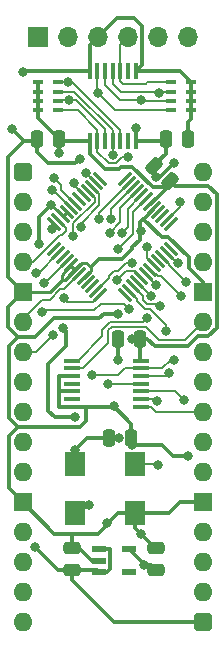
<source format=gtl>
%TF.GenerationSoftware,KiCad,Pcbnew,8.0.7*%
%TF.CreationDate,2025-01-05T20:23:50+02:00*%
%TF.ProjectId,TTL5V,54544c35-562e-46b6-9963-61645f706362,V0*%
%TF.SameCoordinates,Original*%
%TF.FileFunction,Copper,L1,Top*%
%TF.FilePolarity,Positive*%
%FSLAX46Y46*%
G04 Gerber Fmt 4.6, Leading zero omitted, Abs format (unit mm)*
G04 Created by KiCad (PCBNEW 8.0.7) date 2025-01-05 20:23:50*
%MOMM*%
%LPD*%
G01*
G04 APERTURE LIST*
G04 Aperture macros list*
%AMRoundRect*
0 Rectangle with rounded corners*
0 $1 Rounding radius*
0 $2 $3 $4 $5 $6 $7 $8 $9 X,Y pos of 4 corners*
0 Add a 4 corners polygon primitive as box body*
4,1,4,$2,$3,$4,$5,$6,$7,$8,$9,$2,$3,0*
0 Add four circle primitives for the rounded corners*
1,1,$1+$1,$2,$3*
1,1,$1+$1,$4,$5*
1,1,$1+$1,$6,$7*
1,1,$1+$1,$8,$9*
0 Add four rect primitives between the rounded corners*
20,1,$1+$1,$2,$3,$4,$5,0*
20,1,$1+$1,$4,$5,$6,$7,0*
20,1,$1+$1,$6,$7,$8,$9,0*
20,1,$1+$1,$8,$9,$2,$3,0*%
%AMRotRect*
0 Rectangle, with rotation*
0 The origin of the aperture is its center*
0 $1 length*
0 $2 width*
0 $3 Rotation angle, in degrees counterclockwise*
0 Add horizontal line*
21,1,$1,$2,0,0,$3*%
G04 Aperture macros list end*
%TA.AperFunction,SMDPad,CuDef*%
%ADD10R,0.450000X1.475000*%
%TD*%
%TA.AperFunction,ComponentPad*%
%ADD11R,1.700000X1.700000*%
%TD*%
%TA.AperFunction,ComponentPad*%
%ADD12O,1.700000X1.700000*%
%TD*%
%TA.AperFunction,SMDPad,CuDef*%
%ADD13RoundRect,0.250000X0.475000X-0.250000X0.475000X0.250000X-0.475000X0.250000X-0.475000X-0.250000X0*%
%TD*%
%TA.AperFunction,SMDPad,CuDef*%
%ADD14R,0.900000X0.450000*%
%TD*%
%TA.AperFunction,SMDPad,CuDef*%
%ADD15RoundRect,0.250000X0.250000X0.475000X-0.250000X0.475000X-0.250000X-0.475000X0.250000X-0.475000X0*%
%TD*%
%TA.AperFunction,ComponentPad*%
%ADD16RoundRect,0.400000X-0.400000X-0.400000X0.400000X-0.400000X0.400000X0.400000X-0.400000X0.400000X0*%
%TD*%
%TA.AperFunction,ComponentPad*%
%ADD17O,1.600000X1.600000*%
%TD*%
%TA.AperFunction,ComponentPad*%
%ADD18R,1.600000X1.600000*%
%TD*%
%TA.AperFunction,SMDPad,CuDef*%
%ADD19RoundRect,0.250000X-0.250000X-0.475000X0.250000X-0.475000X0.250000X0.475000X-0.250000X0.475000X0*%
%TD*%
%TA.AperFunction,SMDPad,CuDef*%
%ADD20RoundRect,0.250000X0.512652X0.159099X0.159099X0.512652X-0.512652X-0.159099X-0.159099X-0.512652X0*%
%TD*%
%TA.AperFunction,SMDPad,CuDef*%
%ADD21R,1.475000X0.450000*%
%TD*%
%TA.AperFunction,SMDPad,CuDef*%
%ADD22RotRect,0.279400X1.473200X45.000000*%
%TD*%
%TA.AperFunction,SMDPad,CuDef*%
%ADD23RotRect,0.279400X1.473200X315.000000*%
%TD*%
%TA.AperFunction,SMDPad,CuDef*%
%ADD24R,1.800000X2.000000*%
%TD*%
%TA.AperFunction,SMDPad,CuDef*%
%ADD25R,1.150000X0.600000*%
%TD*%
%TA.AperFunction,ViaPad*%
%ADD26C,0.800000*%
%TD*%
%TA.AperFunction,Conductor*%
%ADD27C,0.380000*%
%TD*%
%TA.AperFunction,Conductor*%
%ADD28C,0.279400*%
%TD*%
%TA.AperFunction,Conductor*%
%ADD29C,0.300000*%
%TD*%
%TA.AperFunction,Conductor*%
%ADD30C,0.200000*%
%TD*%
G04 APERTURE END LIST*
D10*
%TO.P,IC3,1,REFA*%
%TO.N,/3.3V*%
X5670000Y2650000D03*
%TO.P,IC3,2,A0*%
%TO.N,/~{CTS}_{3V}*%
X6320000Y2650000D03*
%TO.P,IC3,3,A1*%
%TO.N,/SIN_{3V}*%
X6970000Y2650000D03*
%TO.P,IC3,4,A2*%
%TO.N,/~{RTS}_{3V}*%
X7620000Y2650000D03*
%TO.P,IC3,5,A3*%
%TO.N,/SOUT_{3V}*%
X8270000Y2650000D03*
%TO.P,IC3,6,N.C.*%
%TO.N,unconnected-(IC3-N.C.-Pad6)*%
X8920000Y2650000D03*
%TO.P,IC3,7,GND*%
%TO.N,/GND*%
X9570000Y2650000D03*
%TO.P,IC3,8,EN*%
%TO.N,/5V*%
X9570000Y8526000D03*
%TO.P,IC3,9,N.C.*%
%TO.N,unconnected-(IC3-N.C.-Pad9)*%
X8920000Y8526000D03*
%TO.P,IC3,10,B3*%
%TO.N,/SOUT_{5V}*%
X8270000Y8526000D03*
%TO.P,IC3,11,B2*%
%TO.N,/~{RTS}_{5V}*%
X7620000Y8526000D03*
%TO.P,IC3,12,B1*%
%TO.N,/SIN_{5V}*%
X6970000Y8526000D03*
%TO.P,IC3,13,B0*%
%TO.N,/~{CTS}_{5V}*%
X6320000Y8526000D03*
%TO.P,IC3,14,REFB*%
%TO.N,/5V*%
X5670000Y8526000D03*
%TD*%
D11*
%TO.P,J2,1,Pin_1*%
%TO.N,/GND*%
X1270001Y11430000D03*
D12*
%TO.P,J2,2,Pin_2*%
%TO.N,/~{CTS}_{5V}*%
X3810001Y11430000D03*
%TO.P,J2,3,Pin_3*%
%TO.N,/5V*%
X6350001Y11430000D03*
%TO.P,J2,4,Pin_4*%
%TO.N,/SOUT_{5V}*%
X8890001Y11430000D03*
%TO.P,J2,5,Pin_5*%
%TO.N,/SIN_{5V}*%
X11430001Y11430000D03*
%TO.P,J2,6,Pin_6*%
%TO.N,/~{RTS}_{5V}*%
X13970001Y11430000D03*
%TD*%
D13*
%TO.P,C18,1*%
%TO.N,/3.3V*%
X11303000Y-33700000D03*
%TO.P,C18,2*%
%TO.N,/GND*%
X11303000Y-31800000D03*
%TD*%
D14*
%TO.P,RN2,1,R1*%
%TO.N,/~{CTS}_{3V}*%
X2970000Y5220000D03*
%TO.P,RN2,2,R2*%
%TO.N,/SIN_{3V}*%
X2970000Y6020000D03*
%TO.P,RN2,3,R3*%
%TO.N,/~{RTS}_{3V}*%
X2970000Y6820000D03*
%TO.P,RN2,4,R4*%
%TO.N,/SOUT_{3V}*%
X2970000Y7620000D03*
%TO.P,RN2,5,R4*%
%TO.N,/3.3V*%
X1270000Y7620000D03*
%TO.P,RN2,6,R3*%
X1270000Y6820000D03*
%TO.P,RN2,7,R2*%
X1270000Y6020000D03*
%TO.P,RN2,8,R1*%
X1270000Y5220000D03*
%TD*%
D15*
%TO.P,C2,1*%
%TO.N,/3.3V*%
X3093000Y2794000D03*
%TO.P,C2,2*%
%TO.N,/GND*%
X1193000Y2794000D03*
%TD*%
%TO.P,C3,1*%
%TO.N,/5V*%
X14015000Y2794000D03*
%TO.P,C3,2*%
%TO.N,/GND*%
X12115000Y2794000D03*
%TD*%
D16*
%TO.P,J1,1,Pin_1*%
%TO.N,/5V*%
X0Y0D03*
D17*
%TO.P,J1,2,Pin_2*%
%TO.N,unconnected-(J1-Pin_2-Pad2)*%
X0Y-2540000D03*
%TO.P,J1,3,Pin_3*%
%TO.N,/~{ADS}*%
X0Y-5080000D03*
%TO.P,J1,4,Pin_4*%
%TO.N,/~{CS}*%
X0Y-7620000D03*
D18*
%TO.P,J1,5,Pin_5*%
%TO.N,/GND*%
X0Y-10160000D03*
D17*
%TO.P,J1,6,Pin_6*%
%TO.N,/~{RD}*%
X0Y-12700000D03*
%TO.P,J1,7,Pin_7*%
%TO.N,/~{WD}*%
X0Y-15240000D03*
%TO.P,J1,8,Pin_8*%
%TO.N,/D7*%
X0Y-17780000D03*
%TO.P,J1,9,Pin_9*%
%TO.N,/D6*%
X0Y-20320000D03*
%TO.P,J1,10,Pin_10*%
%TO.N,/D5*%
X0Y-22860000D03*
%TO.P,J1,11,Pin_11*%
%TO.N,/D4*%
X0Y-25400000D03*
D18*
%TO.P,J1,12,Pin_12*%
%TO.N,/GND*%
X0Y-27940000D03*
D17*
%TO.P,J1,13,Pin_13*%
%TO.N,/D3*%
X0Y-30480000D03*
%TO.P,J1,14,Pin_14*%
%TO.N,/D2*%
X0Y-33020000D03*
%TO.P,J1,15,Pin_15*%
%TO.N,/D1*%
X0Y-35560000D03*
%TO.P,J1,16,Pin_16*%
%TO.N,/D0*%
X0Y-38100000D03*
D16*
%TO.P,J1,17,Pin_17*%
%TO.N,/5V*%
X15240000Y-38100000D03*
D17*
%TO.P,J1,18,Pin_18*%
%TO.N,/1.8432MHz*%
X15240000Y-35560000D03*
%TO.P,J1,19,Pin_19*%
%TO.N,/A0*%
X15240000Y-33020000D03*
%TO.P,J1,20,Pin_20*%
%TO.N,/A1*%
X15240000Y-30480000D03*
D18*
%TO.P,J1,21,Pin_21*%
%TO.N,/GND*%
X15240000Y-27940000D03*
D17*
%TO.P,J1,22,Pin_22*%
%TO.N,/A2*%
X15240000Y-25400000D03*
%TO.P,J1,23,Pin_23*%
%TO.N,/RX Ready*%
X15240000Y-22860000D03*
%TO.P,J1,24,Pin_24*%
%TO.N,/TX Ready*%
X15240000Y-20320000D03*
%TO.P,J1,25,Pin_25*%
%TO.N,/~{OUT2}*%
X15240000Y-17780000D03*
%TO.P,J1,26,Pin_26*%
%TO.N,/~{OUT1}*%
X15240000Y-15240000D03*
%TO.P,J1,27,Pin_27*%
%TO.N,/~{INT}*%
X15240000Y-12700000D03*
D18*
%TO.P,J1,28,Pin_28*%
%TO.N,/GND*%
X15240000Y-10160000D03*
D17*
%TO.P,J1,29,Pin_29*%
%TO.N,/~{Reset}*%
X15240000Y-7620000D03*
%TO.P,J1,30,Pin_30*%
%TO.N,unconnected-(J1-Pin_30-Pad30)*%
X15240000Y-5080000D03*
%TO.P,J1,31,Pin_31*%
%TO.N,unconnected-(J1-Pin_31-Pad31)*%
X15240000Y-2540000D03*
%TO.P,J1,32,Pin_32*%
%TO.N,unconnected-(J1-Pin_32-Pad32)*%
X15240000Y0D03*
%TD*%
D15*
%TO.P,C1,1*%
%TO.N,/3.3V*%
X9951000Y-14097000D03*
%TO.P,C1,2*%
%TO.N,/GND*%
X8051000Y-14097000D03*
%TD*%
D14*
%TO.P,RN1,1,R1*%
%TO.N,/SOUT_{5V}*%
X12573000Y7620000D03*
%TO.P,RN1,2,R2*%
%TO.N,/~{RTS}_{5V}*%
X12573000Y6820000D03*
%TO.P,RN1,3,R3*%
%TO.N,/SIN_{5V}*%
X12573000Y6020000D03*
%TO.P,RN1,4,R4*%
%TO.N,/~{CTS}_{5V}*%
X12573000Y5220000D03*
%TO.P,RN1,5,R4*%
%TO.N,/5V*%
X14273000Y5220000D03*
%TO.P,RN1,6,R3*%
X14273000Y6020000D03*
%TO.P,RN1,7,R2*%
X14273000Y6820000D03*
%TO.P,RN1,8,R1*%
X14273000Y7620000D03*
%TD*%
D19*
%TO.P,C16,1*%
%TO.N,/3.3V*%
X7321000Y-22479000D03*
%TO.P,C16,2*%
%TO.N,/GND*%
X9221000Y-22479000D03*
%TD*%
D20*
%TO.P,C15,1*%
%TO.N,/3.3V*%
X12471438Y-787438D03*
%TO.P,C15,2*%
%TO.N,/GND*%
X11127935Y556065D03*
%TD*%
D21*
%TO.P,IC5,1,1A*%
%TO.N,/INT*%
X4174000Y-15957000D03*
%TO.P,IC5,2,1Y*%
%TO.N,/~{INT}*%
X4174000Y-16607000D03*
%TO.P,IC5,3,2A*%
%TO.N,/GND*%
X4174000Y-17257000D03*
%TO.P,IC5,4,2Y*%
%TO.N,unconnected-(IC5-2Y-Pad4)*%
X4174000Y-17907000D03*
%TO.P,IC5,5,3A*%
%TO.N,/GND*%
X4174000Y-18557000D03*
%TO.P,IC5,6,3Y*%
%TO.N,unconnected-(IC5-3Y-Pad6)*%
X4174000Y-19207000D03*
%TO.P,IC5,7,GND*%
%TO.N,/GND*%
X4174000Y-19857000D03*
%TO.P,IC5,8,4Y*%
%TO.N,/TX Ready*%
X10050000Y-19857000D03*
%TO.P,IC5,9,4A*%
%TO.N,/~{TXRDY}*%
X10050000Y-19207000D03*
%TO.P,IC5,10,5Y*%
%TO.N,/RX Ready*%
X10050000Y-18557000D03*
%TO.P,IC5,11,5A*%
%TO.N,/~{RXRDY}*%
X10050000Y-17907000D03*
%TO.P,IC5,12,6Y*%
%TO.N,/Reset*%
X10050000Y-17257000D03*
%TO.P,IC5,13,6A*%
%TO.N,/~{Reset}*%
X10050000Y-16607000D03*
%TO.P,IC5,14,3V*%
%TO.N,/3.3V*%
X10050000Y-15957000D03*
%TD*%
D22*
%TO.P,IC2,1,N.C.*%
%TO.N,unconnected-(IC2-N.C.-Pad1)*%
X6578290Y-539820D03*
%TO.P,IC2,2,D5*%
%TO.N,/D5*%
X6237041Y-881069D03*
%TO.P,IC2,3,D6*%
%TO.N,/D6*%
X5877830Y-1240280D03*
%TO.P,IC2,4,D7*%
%TO.N,/D7*%
X5518620Y-1599490D03*
%TO.P,IC2,5,RCLK*%
%TO.N,Net-(IC2-RCLK)*%
X5177370Y-1940740D03*
%TO.P,IC2,6,N.C.*%
%TO.N,unconnected-(IC2-N.C.-Pad6)*%
X4818160Y-2299950D03*
%TO.P,IC2,7,SIN*%
%TO.N,/SIN_{3V}*%
X4458950Y-2659160D03*
%TO.P,IC2,8,SOUT*%
%TO.N,/SOUT_{3V}*%
X4099740Y-3018370D03*
%TO.P,IC2,9,CS0*%
%TO.N,/3.3V*%
X3758490Y-3359620D03*
%TO.P,IC2,10,CS1*%
X3399280Y-3718830D03*
%TO.P,IC2,11,~{CS2}*%
%TO.N,/~{CS}*%
X3040069Y-4078041D03*
%TO.P,IC2,12,~{BAUDOUT}*%
%TO.N,Net-(IC2-RCLK)*%
X2698820Y-4419290D03*
D23*
%TO.P,IC2,13,N.C.*%
%TO.N,unconnected-(IC2-N.C.-Pad13)*%
X2698820Y-6502710D03*
%TO.P,IC2,14,XIN*%
%TO.N,/1.8432MHz*%
X3040069Y-6843959D03*
%TO.P,IC2,15,XOUT*%
%TO.N,unconnected-(IC2-XOUT-Pad15)*%
X3399280Y-7203170D03*
%TO.P,IC2,16,~{WR1}*%
%TO.N,/~{WD}*%
X3758490Y-7562380D03*
%TO.P,IC2,17,WR2*%
%TO.N,/GND*%
X4099740Y-7903630D03*
%TO.P,IC2,18,GND*%
X4458950Y-8262840D03*
%TO.P,IC2,19,~{RD1}*%
%TO.N,/~{RD}*%
X4818160Y-8622050D03*
%TO.P,IC2,20,RD2*%
%TO.N,/GND*%
X5177370Y-8981260D03*
%TO.P,IC2,21,N.C.*%
%TO.N,unconnected-(IC2-N.C.-Pad21)*%
X5518620Y-9322510D03*
%TO.P,IC2,22,DDIS*%
%TO.N,unconnected-(IC2-DDIS-Pad22)*%
X5877830Y-9681720D03*
%TO.P,IC2,23,~{TXRDY}*%
%TO.N,/~{TXRDY}*%
X6237041Y-10040931D03*
%TO.P,IC2,24,~{ADS}*%
%TO.N,/~{ADS}*%
X6578290Y-10382180D03*
D22*
%TO.P,IC2,25,N.C.*%
%TO.N,unconnected-(IC2-N.C.-Pad25)*%
X8661710Y-10382180D03*
%TO.P,IC2,26,A2*%
%TO.N,/A2*%
X9002959Y-10040931D03*
%TO.P,IC2,27,A1*%
%TO.N,/A1*%
X9362170Y-9681720D03*
%TO.P,IC2,28,A0*%
%TO.N,/A0*%
X9721380Y-9322510D03*
%TO.P,IC2,29,~{RXRDY}*%
%TO.N,/~{RXRDY}*%
X10062630Y-8981260D03*
%TO.P,IC2,30,INTRPT*%
%TO.N,/INT*%
X10421840Y-8622050D03*
%TO.P,IC2,31,~{OUT2}*%
%TO.N,/~{OUT2}*%
X10781050Y-8262840D03*
%TO.P,IC2,32,~{RTS}*%
%TO.N,/~{RTS}_{3V}*%
X11140260Y-7903630D03*
%TO.P,IC2,33,~{DTR}*%
%TO.N,unconnected-(IC2-~{DTR}-Pad33)*%
X11481510Y-7562380D03*
%TO.P,IC2,34,~{OUT1}*%
%TO.N,/~{OUT1}*%
X11840720Y-7203170D03*
%TO.P,IC2,35,MR*%
%TO.N,/Reset*%
X12199931Y-6843959D03*
%TO.P,IC2,36,N.C.*%
%TO.N,unconnected-(IC2-N.C.-Pad36)*%
X12541180Y-6502710D03*
D23*
%TO.P,IC2,37,N.C.*%
%TO.N,unconnected-(IC2-N.C.-Pad37)*%
X12541180Y-4419290D03*
%TO.P,IC2,38,~{CTS}*%
%TO.N,/~{CTS}_{3V}*%
X12199931Y-4078041D03*
%TO.P,IC2,39,~{DSR}*%
%TO.N,unconnected-(IC2-~{DSR}-Pad39)*%
X11840720Y-3718830D03*
%TO.P,IC2,40,~{DCD}*%
%TO.N,unconnected-(IC2-~{DCD}-Pad40)*%
X11481510Y-3359620D03*
%TO.P,IC2,41,~{RI}*%
%TO.N,/GND*%
X11140260Y-3018370D03*
%TO.P,IC2,42,5V*%
%TO.N,/3.3V*%
X10781050Y-2659160D03*
%TO.P,IC2,43,D0*%
%TO.N,/D0*%
X10421840Y-2299950D03*
%TO.P,IC2,44,D1*%
%TO.N,/D1*%
X10062630Y-1940740D03*
%TO.P,IC2,45,D2*%
%TO.N,/D2*%
X9721380Y-1599490D03*
%TO.P,IC2,46,D3*%
%TO.N,/D3*%
X9362170Y-1240280D03*
%TO.P,IC2,47,D4*%
%TO.N,/D4*%
X9002959Y-881069D03*
%TO.P,IC2,48,N.C.*%
%TO.N,unconnected-(IC2-N.C.-Pad48)*%
X8661710Y-539820D03*
%TD*%
D24*
%TO.P,Y1,1,EN*%
%TO.N,/~{Reset}*%
X4445000Y-28897000D03*
%TO.P,Y1,2,GND*%
%TO.N,/GND*%
X9525000Y-28897000D03*
%TO.P,Y1,3,OUTPUT*%
%TO.N,/1.8432MHz*%
X9525000Y-24697000D03*
%TO.P,Y1,4,3V*%
%TO.N,/3.3V*%
X4445000Y-24697000D03*
%TD*%
D25*
%TO.P,IC4,1,6VIn*%
%TO.N,/5V*%
X6447000Y-31943000D03*
%TO.P,IC4,2,GND*%
%TO.N,/GND*%
X6447000Y-32893000D03*
%TO.P,IC4,3,EN*%
%TO.N,/5V*%
X6447000Y-33843000D03*
%TO.P,IC4,4,ADJ*%
%TO.N,unconnected-(IC4-ADJ-Pad4)*%
X9047000Y-33843000D03*
%TO.P,IC4,5,3.3VOut*%
%TO.N,/3.3V*%
X9047000Y-31943000D03*
%TD*%
D13*
%TO.P,C17,1*%
%TO.N,/5V*%
X4191000Y-33700000D03*
%TO.P,C17,2*%
%TO.N,/GND*%
X4191000Y-31800000D03*
%TD*%
D26*
%TO.N,/5V*%
X1015992Y-31750000D03*
X0Y8509000D03*
%TO.N,/GND*%
X13970000Y-24066500D03*
X7112000Y-29718000D03*
X10033000Y-30607000D03*
X4826000Y1143000D03*
X7728031Y-19793035D03*
X-889000Y3683000D03*
X11319150Y-372497D03*
X10033000Y-4953000D03*
X8104000Y-11972000D03*
X12794612Y794388D03*
X9637627Y3730021D03*
X9271000Y-23096998D03*
X8078995Y-15934880D03*
%TO.N,/RX Ready*%
X13632736Y-19304000D03*
%TO.N,/D0*%
X8074100Y-6519128D03*
%TO.N,/D1*%
X8396952Y-5135615D03*
%TO.N,/D2*%
X7395555Y-5115551D03*
%TO.N,/D3*%
X7500950Y-3952189D03*
%TO.N,/D4*%
X6451231Y-3927772D03*
%TO.N,/D5*%
X5339637Y-31985D03*
%TO.N,/D6*%
X4965000Y-4682840D03*
%TO.N,/D7*%
X4259444Y-5432805D03*
%TO.N,/~{ADS}*%
X3492000Y-10680000D03*
%TO.N,/~{CTS}_{3V}*%
X13335002Y-2495336D03*
X8939394Y1262498D03*
%TO.N,/SOUT_{3V}*%
X3810000Y7620000D03*
X2515869Y-1524000D03*
%TO.N,/SIN_{3V}*%
X2667000Y-508000D03*
X3937000Y6096000D03*
%TO.N,/~{RTS}_{3V}*%
X10541000Y-6350000D03*
X7620000Y1488971D03*
%TO.N,Net-(IC2-RCLK)*%
X2510000Y-4826000D03*
X4343357Y-877838D03*
%TO.N,/~{WD}*%
X2584312Y-13776059D03*
X1850016Y-9398000D03*
%TO.N,/A2*%
X12119451Y-13430558D03*
%TO.N,/A1*%
X11612704Y-11356346D03*
%TO.N,/A0*%
X10893191Y-10476140D03*
%TO.N,/Reset*%
X12410655Y-16982634D03*
X13193581Y-7690922D03*
%TO.N,/3.3V*%
X10287000Y-33274000D03*
X9234309Y-14133691D03*
X2443725Y-2763275D03*
X4445000Y-23495002D03*
X3433867Y-13159000D03*
X3048000Y1651000D03*
X1427602Y-6091436D03*
X4445000Y-20750000D03*
X8121000Y-22479002D03*
%TO.N,/1.8432MHz*%
X11430000Y-24765000D03*
X1154849Y-8536304D03*
X1603275Y-11856795D03*
X9032067Y-11599586D03*
%TO.N,/~{TXRDY}*%
X9275133Y-7702872D03*
X11382736Y-19339075D03*
%TO.N,/~{RXRDY}*%
X8005327Y-9148327D03*
X7239002Y-17907000D03*
%TO.N,/INT*%
X11313895Y-9514105D03*
X10522942Y-12327085D03*
%TO.N,/~{OUT2}*%
X13390000Y-10480427D03*
%TO.N,/~{OUT1}*%
X13840944Y-9326343D03*
%TO.N,/~{Reset}*%
X5588000Y-28194000D03*
X5861066Y-17192021D03*
X12789000Y-15875000D03*
%TO.N,/SIN_{5V}*%
X10033000Y6096000D03*
%TO.N,/~{CTS}_{5V}*%
X6350000Y6731000D03*
%TO.N,/~{RTS}_{5V}*%
X11557000Y6731000D03*
%TD*%
D27*
%TO.N,/GND*%
X1016000Y-13970000D02*
X-412915Y-13970000D01*
X2667000Y-12319000D02*
X1016000Y-13970000D01*
X6511000Y-12319000D02*
X2667000Y-12319000D01*
X6858000Y-11972000D02*
X6511000Y-12319000D01*
X8104000Y-11972000D02*
X6858000Y-11972000D01*
%TO.N,/5V*%
X9461500Y13081000D02*
X8001001Y13081000D01*
X8001001Y13081000D02*
X6350001Y11430000D01*
X10130001Y12412499D02*
X9461500Y13081000D01*
X10130001Y9086001D02*
X10130001Y12412499D01*
X9570000Y8526000D02*
X10130001Y9086001D01*
%TO.N,/GND*%
X8051000Y-15906885D02*
X8078995Y-15934880D01*
X8051000Y-14097000D02*
X8051000Y-15906885D01*
X12763500Y-24066500D02*
X13970000Y-24066500D01*
X11793998Y-23096998D02*
X12763500Y-24066500D01*
X9271000Y-23096998D02*
X11793998Y-23096998D01*
%TO.N,/5V*%
X7412000Y-33583000D02*
X7152000Y-33843000D01*
X5670000Y8526000D02*
X17000Y8526000D01*
X6447000Y-31943000D02*
X7402000Y-31943000D01*
X13367000Y8526000D02*
X14273000Y7620000D01*
X4191000Y-33700000D02*
X2965992Y-33700000D01*
X17000Y8526000D02*
X0Y8509000D01*
X9570000Y8526000D02*
X13367000Y8526000D01*
X7402000Y-31943000D02*
X7412000Y-31953000D01*
X15240000Y-38100000D02*
X7747000Y-38100000D01*
X7152000Y-33843000D02*
X6447000Y-33843000D01*
X4191000Y-33700000D02*
X6304000Y-33700000D01*
X14273000Y6820000D02*
X14273000Y6020000D01*
X6304000Y-33700000D02*
X6447000Y-33843000D01*
X14273000Y6020000D02*
X14273000Y5220000D01*
X14015000Y4236000D02*
X14015000Y2794000D01*
X5670000Y8526000D02*
X5670000Y10749999D01*
X2965992Y-33700000D02*
X1015992Y-31750000D01*
X14273000Y5220000D02*
X14273000Y4494000D01*
X14273000Y7620000D02*
X14273000Y6820000D01*
X5670000Y10749999D02*
X6350001Y11430000D01*
X7412000Y-31953000D02*
X7412000Y-33583000D01*
X7747000Y-38100000D02*
X4191000Y-34544000D01*
X4191000Y-34544000D02*
X4191000Y-33700000D01*
X14273000Y4494000D02*
X14015000Y4236000D01*
%TO.N,/GND*%
X2159000Y762000D02*
X4445000Y762000D01*
X11127935Y586935D02*
X12115000Y1574000D01*
X9525000Y-28897000D02*
X12378000Y-28897000D01*
X5842000Y-32893000D02*
X4749000Y-31800000D01*
X-1190000Y-22367085D02*
X-1190000Y-26750000D01*
X8382000Y-7366000D02*
X6470766Y-7366000D01*
X11627727Y-372497D02*
X12794612Y794388D01*
D28*
X4458950Y-8262840D02*
X4437160Y-8262840D01*
D27*
X14050000Y-7192000D02*
X12351072Y-5493072D01*
D28*
X3302000Y-9144000D02*
X3302000Y-8701370D01*
D27*
X9525000Y-28956000D02*
X9525000Y-30099000D01*
X9525000Y-30099000D02*
X10033000Y-30607000D01*
X-1270000Y-11430000D02*
X0Y-10160000D01*
X9570000Y2650000D02*
X9570000Y3662394D01*
D28*
X5777498Y-8059268D02*
X5380942Y-7662712D01*
D27*
X3046500Y-18522000D02*
X3081500Y-18557000D01*
X5334000Y-19857000D02*
X7664066Y-19857000D01*
X127001Y2667000D02*
X127000Y2667000D01*
X1193000Y2794000D02*
X1193000Y1728000D01*
X6350000Y-30607000D02*
X7112000Y-29845000D01*
X14747085Y-8810000D02*
X14050000Y-8112915D01*
X11319150Y-372497D02*
X11627727Y-372497D01*
X-412915Y-13970000D02*
X-1270000Y-13112915D01*
X4826000Y-21590000D02*
X5334000Y-21082000D01*
X9221000Y-23046998D02*
X9271000Y-23096998D01*
X9271000Y-6350000D02*
X9271000Y-6477000D01*
D28*
X2286000Y-10160000D02*
X0Y-10160000D01*
D27*
X-1270000Y1269999D02*
X127001Y2667000D01*
X8060000Y-28897000D02*
X9017000Y-28897000D01*
D28*
X5059078Y-7662712D02*
X4458950Y-8262840D01*
D27*
X10221630Y-3937000D02*
X9906000Y-4252630D01*
X0Y-27940000D02*
X2667000Y-30607000D01*
D28*
X3302000Y-9144000D02*
X2286000Y-10160000D01*
D27*
X3081500Y-18557000D02*
X4174000Y-18557000D01*
X-412915Y-13970000D02*
X-1190000Y-14747085D01*
X127001Y2667000D02*
X1066000Y2667000D01*
X5334000Y-21082000D02*
X5334000Y-19857000D01*
X6447000Y-32893000D02*
X5842000Y-32893000D01*
X-1190000Y-14747085D02*
X-1190000Y-15732915D01*
X9221000Y-22479000D02*
X9221000Y-21286004D01*
X12351072Y-5493072D02*
X11777702Y-5493072D01*
X-1270000Y-8890000D02*
X-1270000Y1269999D01*
X7112000Y-29718000D02*
X7239000Y-29718000D01*
X2667000Y-30607000D02*
X4191000Y-30607000D01*
X4139000Y-17292000D02*
X3046500Y-17292000D01*
X10033000Y-30607000D02*
X11226000Y-31800000D01*
X11777702Y-5493072D02*
X10221630Y-3937000D01*
X-412915Y-21590000D02*
X4826000Y-21590000D01*
X-1190000Y-20812915D02*
X-412915Y-21590000D01*
X12115000Y1574000D02*
X12115000Y2794000D01*
X9906000Y-4252630D02*
X9906000Y-5715000D01*
D28*
X3556000Y-9144000D02*
X3302000Y-9144000D01*
D27*
X4749000Y-31800000D02*
X4191000Y-31800000D01*
D28*
X3302000Y-8701370D02*
X4099740Y-7903630D01*
D27*
X13335000Y-27940000D02*
X15240000Y-27940000D01*
X14779000Y-8810000D02*
X14747085Y-8810000D01*
X3046500Y-19822000D02*
X3081500Y-19857000D01*
X9906000Y-5715000D02*
X9271000Y-6350000D01*
X7112000Y-29845000D02*
X7112000Y-29718000D01*
X-1190000Y-26750000D02*
X0Y-27940000D01*
D29*
X4458950Y-8262840D02*
X4104761Y-7908651D01*
D27*
X3081500Y-19857000D02*
X4174000Y-19857000D01*
X-412915Y-21590000D02*
X-1190000Y-22367085D01*
D28*
X5777498Y-8381132D02*
X5777498Y-8059268D01*
D27*
X3046500Y-18592000D02*
X3046500Y-19822000D01*
X0Y-10160000D02*
X-1270000Y-8890000D01*
X11127935Y556065D02*
X11127935Y-181282D01*
D28*
X5380942Y-7662712D02*
X5059078Y-7662712D01*
D27*
X7239000Y-29718000D02*
X8060000Y-28897000D01*
X-1190000Y-17287085D02*
X-1190000Y-20812915D01*
X4191000Y-30607000D02*
X6350000Y-30607000D01*
X4445000Y762000D02*
X4826000Y1143000D01*
X14050000Y-8112915D02*
X14050000Y-7192000D01*
X4174000Y-19857000D02*
X5334000Y-19857000D01*
X-1190000Y-15732915D02*
X-1143000Y-15779915D01*
X11127935Y-181282D02*
X11319150Y-372497D01*
D28*
X4437160Y-8262840D02*
X3556000Y-9144000D01*
D27*
X9570000Y3662394D02*
X9637627Y3730021D01*
X6470766Y-7366000D02*
X5813065Y-8023701D01*
D28*
X11140260Y-3018370D02*
X10221630Y-3937000D01*
D27*
X127000Y2667000D02*
X-889000Y3683000D01*
X-1143000Y-15779915D02*
X-1143000Y-17240085D01*
X9221000Y-22479000D02*
X9221000Y-23046998D01*
X9221000Y-21286004D02*
X7728031Y-19793035D01*
X15240000Y-10160000D02*
X15240000Y-9271000D01*
X9271000Y-6477000D02*
X8382000Y-7366000D01*
X1193000Y1728000D02*
X2159000Y762000D01*
X15240000Y-9271000D02*
X14779000Y-8810000D01*
X7664066Y-19857000D02*
X7728031Y-19793035D01*
X3046500Y-17292000D02*
X3046500Y-18522000D01*
X-1270000Y-13112915D02*
X-1270000Y-11430000D01*
X9570000Y2650000D02*
X12098000Y2650000D01*
X3081500Y-18557000D02*
X3046500Y-18592000D01*
X12378000Y-28897000D02*
X13335000Y-27940000D01*
X4191000Y-31800000D02*
X4191000Y-30607000D01*
D28*
X5177370Y-8981260D02*
X5777498Y-8381132D01*
D27*
X-1143000Y-17240085D02*
X-1190000Y-17287085D01*
D30*
%TO.N,/RX Ready*%
X13632736Y-19304000D02*
X12885736Y-18557000D01*
X12885736Y-18557000D02*
X10050000Y-18557000D01*
%TO.N,/D0*%
X10421840Y-2299950D02*
X9325805Y-3395985D01*
X9325805Y-3395985D02*
X9325805Y-5267423D01*
X9325805Y-5267423D02*
X8074100Y-6519128D01*
%TO.N,/D1*%
X8886946Y-4645621D02*
X8396952Y-5135615D01*
X8886946Y-3116424D02*
X8886946Y-4645621D01*
X10062630Y-1940740D02*
X8886946Y-3116424D01*
%TO.N,/D2*%
X9721380Y-1599490D02*
X8255000Y-3065870D01*
X8255000Y-3065870D02*
X8255000Y-4256106D01*
X8255000Y-4256106D02*
X7395555Y-5115551D01*
%TO.N,/D3*%
X7500950Y-3101500D02*
X7500950Y-3952189D01*
X9362170Y-1240280D02*
X7500950Y-3101500D01*
%TO.N,/D4*%
X6451231Y-3432797D02*
X6451231Y-3927772D01*
X9002959Y-881069D02*
X6451231Y-3432797D01*
%TO.N,/D5*%
X6188721Y-881069D02*
X5339637Y-31985D01*
%TO.N,/D6*%
X6497008Y-1859458D02*
X6497008Y-2821334D01*
X4965000Y-4353342D02*
X4965000Y-4682840D01*
X5877830Y-1240280D02*
X6497008Y-1859458D01*
X6497008Y-2821334D02*
X4965000Y-4353342D01*
%TO.N,/D7*%
X6097008Y-2177878D02*
X6097008Y-2490171D01*
X6097008Y-2490171D02*
X4259444Y-4327735D01*
X5518620Y-1599490D02*
X6097008Y-2177878D01*
X4259444Y-4327735D02*
X4259444Y-5432805D01*
%TO.N,/~{ADS}*%
X3772569Y-10960569D02*
X3492000Y-10680000D01*
X6578290Y-10382180D02*
X5999901Y-10960569D01*
X5999901Y-10960569D02*
X3772569Y-10960569D01*
%TO.N,/~{CTS}_{3V}*%
X7288500Y744000D02*
X6320000Y1712500D01*
X2970000Y5220000D02*
X4687500Y5220000D01*
X7935690Y744000D02*
X7288500Y744000D01*
X13335002Y-2920998D02*
X13335002Y-2495336D01*
X6320000Y3587500D02*
X6320000Y2650000D01*
X4687500Y5220000D02*
X6320000Y3587500D01*
X8454188Y1262498D02*
X7935690Y744000D01*
X12199931Y-4056069D02*
X13335002Y-2920998D01*
X6320000Y1712500D02*
X6320000Y2650000D01*
X8939394Y1262498D02*
X8454188Y1262498D01*
%TO.N,/SOUT_{3V}*%
X3810000Y7620000D02*
X2970000Y7620000D01*
X4212500Y7620000D02*
X8270000Y3562500D01*
X4099740Y-3018370D02*
X2605370Y-1524000D01*
X8270000Y3562500D02*
X8270000Y2650000D01*
X2605370Y-1524000D02*
X2515869Y-1524000D01*
X3810000Y7620000D02*
X4212500Y7620000D01*
%TO.N,/SIN_{3V}*%
X3290000Y-1131000D02*
X2667000Y-508000D01*
X3937000Y6096000D02*
X3046000Y6096000D01*
X3937000Y6096000D02*
X4545814Y6096000D01*
X3290000Y-1490210D02*
X3290000Y-1131000D01*
X6970000Y3671814D02*
X6970000Y2650000D01*
X4458950Y-2659160D02*
X3290000Y-1490210D01*
X4545814Y6096000D02*
X6970000Y3671814D01*
%TO.N,/~{RTS}_{3V}*%
X7620000Y3587500D02*
X7620000Y2650000D01*
X11140260Y-7903630D02*
X10541000Y-7304370D01*
X10541000Y-7304370D02*
X10541000Y-6350000D01*
X7620000Y1488971D02*
X7620000Y2650000D01*
X2970000Y6820000D02*
X4387500Y6820000D01*
X4387500Y6820000D02*
X7620000Y3587500D01*
%TO.N,Net-(IC2-RCLK)*%
X5177370Y-1940740D02*
X4343357Y-1106727D01*
X2698820Y-4419290D02*
X2698820Y-4637180D01*
X2698820Y-4637180D02*
X2510000Y-4826000D01*
X4343357Y-1106727D02*
X4343357Y-877838D01*
%TO.N,/~{CS}*%
X3170072Y-5338928D02*
X889000Y-7620000D01*
X3040069Y-4078041D02*
X3716150Y-4754122D01*
X889000Y-7620000D02*
X0Y-7620000D01*
X3363372Y-5338928D02*
X3170072Y-5338928D01*
X3716150Y-4754122D02*
X3716150Y-4986150D01*
X3716150Y-4986150D02*
X3363372Y-5338928D01*
%TO.N,/~{WD}*%
X1120371Y-15240000D02*
X2584312Y-13776059D01*
X3758490Y-7562380D02*
X1922870Y-9398000D01*
X0Y-15240000D02*
X1120371Y-15240000D01*
X1922870Y-9398000D02*
X1850016Y-9398000D01*
%TO.N,/~{RD}*%
X1666202Y-10795000D02*
X2316339Y-10795000D01*
X0Y-12461202D02*
X1666202Y-10795000D01*
X3181339Y-9930000D02*
X3510210Y-9930000D01*
X3510210Y-9930000D02*
X4818160Y-8622050D01*
X2316339Y-10795000D02*
X3181339Y-9930000D01*
%TO.N,/A2*%
X10770424Y-11577085D02*
X12119451Y-12926112D01*
X12119451Y-12926112D02*
X12119451Y-13430558D01*
X9002959Y-10040931D02*
X9717435Y-10755407D01*
X9717435Y-10930781D02*
X10363739Y-11577085D01*
X10363739Y-11577085D02*
X10770424Y-11577085D01*
X9717435Y-10755407D02*
X9717435Y-10930781D01*
%TO.N,/A1*%
X10164643Y-10484193D02*
X10164643Y-10805973D01*
X10164643Y-10805973D02*
X10535755Y-11177085D01*
X9362170Y-9681720D02*
X10164643Y-10484193D01*
X11433443Y-11177085D02*
X11612704Y-11356346D01*
X10535755Y-11177085D02*
X11433443Y-11177085D01*
%TO.N,/A0*%
X9721380Y-9322510D02*
X10875010Y-10476140D01*
X10875010Y-10476140D02*
X10893191Y-10476140D01*
%TO.N,/Reset*%
X12136289Y-17257000D02*
X10050000Y-17257000D01*
X13046894Y-7690922D02*
X13193581Y-7690922D01*
X12199931Y-6843959D02*
X13046894Y-7690922D01*
X12410655Y-16982634D02*
X12136289Y-17257000D01*
D27*
%TO.N,/3.3V*%
X3683000Y-13408133D02*
X3433867Y-13159000D01*
X4445000Y-20750000D02*
X2716000Y-20750000D01*
X3093000Y1696000D02*
X3048000Y1651000D01*
X8354473Y469818D02*
X8138655Y254000D01*
X9951000Y-15858000D02*
X10050000Y-15957000D01*
X9271000Y-14097000D02*
X9234309Y-14133691D01*
X3220000Y2667000D02*
X5653000Y2667000D01*
X11303000Y-33700000D02*
X10877000Y-33274000D01*
X4445000Y-24697000D02*
X4445000Y-23495002D01*
X14812000Y-13890000D02*
X15732915Y-13890000D01*
X1427602Y-6091436D02*
X1427602Y-3779398D01*
D28*
X3399280Y-3718830D02*
X2443725Y-2763275D01*
D27*
X11015235Y-1300091D02*
X9245326Y469818D01*
X1270000Y6820000D02*
X1270000Y6020000D01*
X1270000Y4617000D02*
X1270000Y5220000D01*
X1270000Y6020000D02*
X1270000Y5220000D01*
X5461002Y-22479000D02*
X4445000Y-23495002D01*
X11176000Y-14732000D02*
X13970000Y-14732000D01*
X12874000Y-1190000D02*
X12471438Y-787438D01*
X15732915Y-1190000D02*
X12874000Y-1190000D01*
X16430000Y-13192915D02*
X16430000Y-1887085D01*
X9951000Y-14097000D02*
X9271000Y-14097000D01*
X7321000Y-22479000D02*
X5461002Y-22479000D01*
X5670000Y1532500D02*
X5670000Y2650000D01*
X9047000Y-31943000D02*
X10287000Y-33183000D01*
X9951000Y-14097000D02*
X9951000Y-15858000D01*
X2716000Y-20750000D02*
X2159000Y-20193000D01*
X12471438Y-787438D02*
X11958785Y-1300091D01*
X2159000Y-20193000D02*
X2159000Y-16256000D01*
X10877000Y-33274000D02*
X10287000Y-33274000D01*
X9951000Y-14097000D02*
X10541000Y-14097000D01*
D28*
X10781050Y-2659160D02*
X12217438Y-1222772D01*
D27*
X13970000Y-14732000D02*
X14812000Y-13890000D01*
X8138655Y254000D02*
X6948500Y254000D01*
D28*
X3399280Y-3718830D02*
X3758490Y-3359620D01*
D27*
X9245326Y469818D02*
X8354473Y469818D01*
X15732915Y-13890000D02*
X16430000Y-13192915D01*
X1270000Y7620000D02*
X1270000Y6820000D01*
X7321000Y-22479000D02*
X8120998Y-22479000D01*
X10541000Y-14097000D02*
X11176000Y-14732000D01*
X6948500Y254000D02*
X5670000Y1532500D01*
X1427602Y-3779398D02*
X2443725Y-2763275D01*
X11958785Y-1300091D02*
X11015235Y-1300091D01*
X3093000Y2794000D02*
X1270000Y4617000D01*
X10287000Y-33183000D02*
X10287000Y-33274000D01*
X2159000Y-16256000D02*
X3683000Y-14732000D01*
X3093000Y2794000D02*
X3093000Y1696000D01*
X8120998Y-22479000D02*
X8121000Y-22479002D01*
X16430000Y-1887085D02*
X15732915Y-1190000D01*
X3683000Y-14732000D02*
X3683000Y-13408133D01*
D30*
%TO.N,/1.8432MHz*%
X11362000Y-24697000D02*
X11430000Y-24765000D01*
X8608481Y-11176000D02*
X6604000Y-11176000D01*
X6078000Y-11702000D02*
X1758070Y-11702000D01*
X6604000Y-11176000D02*
X6078000Y-11702000D01*
X9525000Y-24697000D02*
X11362000Y-24697000D01*
X9032067Y-11599586D02*
X8608481Y-11176000D01*
X3040069Y-6843959D02*
X1347724Y-8536304D01*
X1347724Y-8536304D02*
X1154849Y-8536304D01*
X1758070Y-11702000D02*
X1603275Y-11856795D01*
%TO.N,/~{TXRDY}*%
X10050000Y-19207000D02*
X11250661Y-19207000D01*
X7728992Y-8364000D02*
X7318827Y-8774165D01*
X7318827Y-8774165D02*
X7318827Y-8959145D01*
X8076965Y-8364000D02*
X7728992Y-8364000D01*
X7318827Y-8959145D02*
X6237041Y-10040931D01*
X8738093Y-7702872D02*
X8076965Y-8364000D01*
X9275133Y-7702872D02*
X8738093Y-7702872D01*
X11250661Y-19207000D02*
X11382736Y-19339075D01*
%TO.N,/~{RXRDY}*%
X10062630Y-8981260D02*
X9484242Y-8402872D01*
X9484242Y-8402872D02*
X8750782Y-8402872D01*
X10050000Y-17907000D02*
X7239002Y-17907000D01*
X8750782Y-8402872D02*
X8005327Y-9148327D01*
%TO.N,/INT*%
X4686500Y-15957000D02*
X6731000Y-13912500D01*
X10178027Y-12672000D02*
X10522942Y-12327085D01*
X6731000Y-13912500D02*
X6731000Y-13341570D01*
X6731000Y-13341570D02*
X7400570Y-12672000D01*
X10421840Y-8622050D02*
X11313895Y-9514105D01*
X7400570Y-12672000D02*
X10178027Y-12672000D01*
%TO.N,/~{OUT2}*%
X11438068Y-8823268D02*
X11732841Y-8823268D01*
X11732841Y-8823268D02*
X13390000Y-10480427D01*
X10781050Y-8262840D02*
X10877640Y-8262840D01*
X10877640Y-8262840D02*
X11438068Y-8823268D01*
%TO.N,/~{OUT1}*%
X12401148Y-7763598D02*
X11840720Y-7203170D01*
X13839052Y-9326343D02*
X12401148Y-7888439D01*
X12401148Y-7888439D02*
X12401148Y-7763598D01*
X13840944Y-9326343D02*
X13839052Y-9326343D01*
%TO.N,/~{INT}*%
X15240000Y-12700000D02*
X13716000Y-14224000D01*
X13716000Y-14224000D02*
X11587744Y-14224000D01*
X11587744Y-14224000D02*
X10435744Y-13072000D01*
X7566256Y-13072000D02*
X7251000Y-13387256D01*
X5111500Y-16607000D02*
X4174000Y-16607000D01*
X10435744Y-13072000D02*
X7566256Y-13072000D01*
X7251000Y-14467500D02*
X5111500Y-16607000D01*
X7251000Y-13387256D02*
X7251000Y-14467500D01*
%TO.N,/TX Ready*%
X11303000Y-20320000D02*
X15240000Y-20320000D01*
X10840000Y-19857000D02*
X11303000Y-20320000D01*
X10050000Y-19857000D02*
X10840000Y-19857000D01*
%TO.N,/~{Reset}*%
X12789000Y-15875000D02*
X12528339Y-15875000D01*
X10050000Y-16607000D02*
X8693774Y-16607000D01*
X8108753Y-17192021D02*
X5861066Y-17192021D01*
X8693774Y-16607000D02*
X8108753Y-17192021D01*
X12528339Y-15875000D02*
X11796339Y-16607000D01*
X11796339Y-16607000D02*
X10050000Y-16607000D01*
X4885000Y-28897000D02*
X5588000Y-28194000D01*
%TO.N,/SIN_{5V}*%
X6970000Y7381000D02*
X6970000Y8526000D01*
X12573000Y6020000D02*
X10109000Y6020000D01*
X10109000Y6020000D02*
X10033000Y6096000D01*
X10033000Y6096000D02*
X8255000Y6096000D01*
X8255000Y6096000D02*
X6970000Y7381000D01*
%TO.N,/~{CTS}_{5V}*%
X12573000Y5220000D02*
X7861000Y5220000D01*
X7861000Y5220000D02*
X6350000Y6731000D01*
X6320000Y8526000D02*
X6320000Y6761000D01*
X6320000Y6761000D02*
X6350000Y6731000D01*
%TO.N,/SOUT_{5V}*%
X8513500Y7488500D02*
X8270000Y7732000D01*
X10409500Y7488500D02*
X8513500Y7488500D01*
X12573000Y7620000D02*
X10541000Y7620000D01*
X8270000Y8526000D02*
X8270000Y10809999D01*
X8270000Y7732000D02*
X8270000Y8526000D01*
X10541000Y7620000D02*
X10409500Y7488500D01*
X8270000Y10809999D02*
X8890001Y11430000D01*
%TO.N,/~{RTS}_{5V}*%
X11468000Y6820000D02*
X8293000Y6820000D01*
X11646000Y6820000D02*
X11557000Y6731000D01*
X12573000Y6820000D02*
X11646000Y6820000D01*
X7620000Y7493000D02*
X7620000Y8526000D01*
X8293000Y6820000D02*
X7620000Y7493000D01*
X11557000Y6731000D02*
X11468000Y6820000D01*
%TD*%
M02*

</source>
